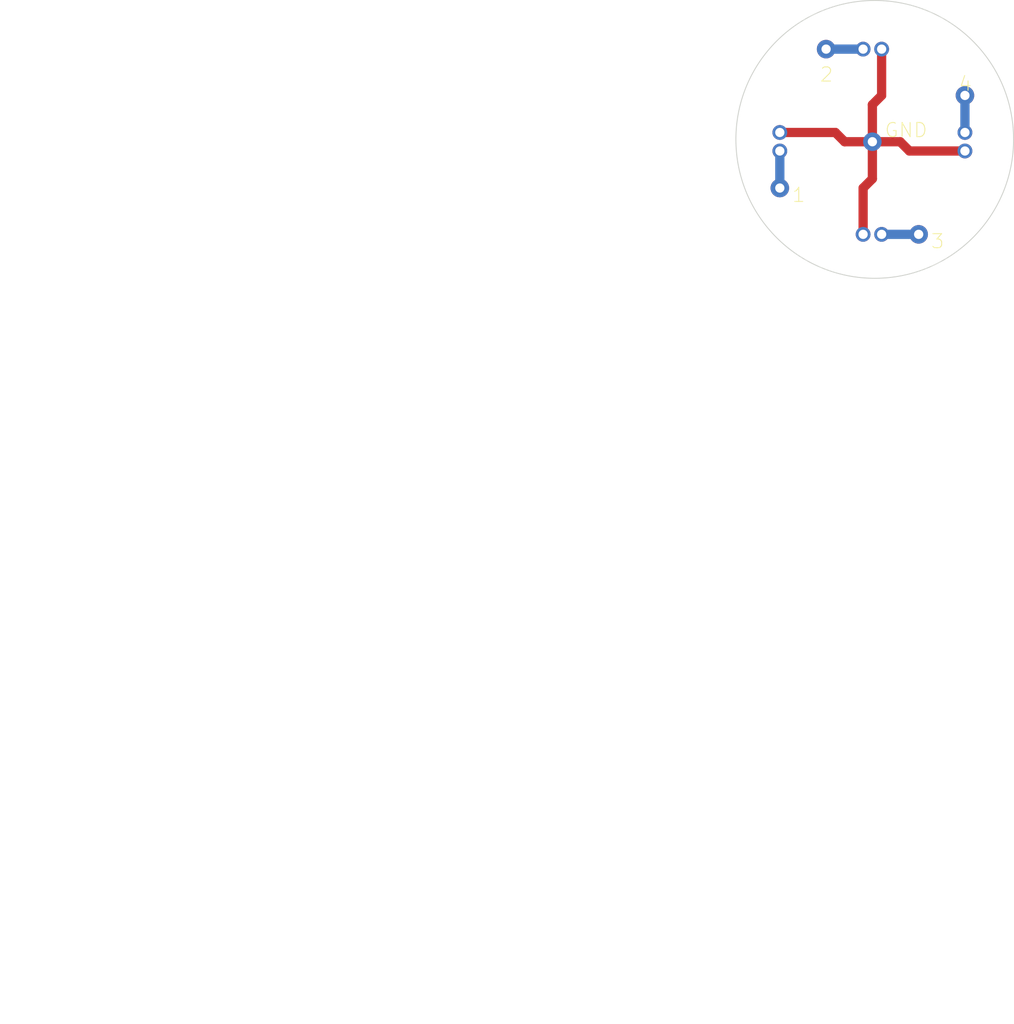
<source format=kicad_pcb>
(kicad_pcb (version 20241229) (generator "pcbnew") (generator_version "9.0")
  (layers (0 "F.Cu" signal) (2 "B.Cu" signal) (13 "F.Paste" user) (15 "B.Paste" user) (5 "F.SilkS" user) (7 "B.SilkS" user) (1 "F.Mask" user) (3 "B.Mask" user) (25 "Edge.Cuts" user))
  (net 0 "")
  (net 1 "Net1")
  (footprint "DEFAULT" (layer "F.Cu") (at 61.246 195.754)
    (property "Reference" "" (at 0 0 0) (layer "F.SilkS") (effects (font (size 1.27 1.27))))
    (property "Value" "")
    (pad "173" thru_hole circle (at 84 -90) (size 2 2) (drill 1) (layers "*.Cu"))
    (pad "173" thru_hole circle (at 89 -105) (size 2 2) (drill 1) (layers "*.Cu"))
    (pad "173" thru_hole circle (at 93 -105) (size 1.6 1.6) (drill 1) (layers "*.Cu"))
    (pad "173" thru_hole circle (at 94 -95) (size 2 2) (drill 1) (layers "*.Cu"))
    (pad "173" thru_hole circle (at 99 -85) (size 2 2) (drill 1) (layers "*.Cu"))
    (pad "173" thru_hole circle (at 104 -100) (size 2 2) (drill 1) (layers "*.Cu"))
    (pad "174" thru_hole circle (at 95 -105) (size 1.6 1.6) (drill 1) (layers "*.Cu"))
    (pad "175" thru_hole circle (at 104 -96) (size 1.6 1.6) (drill 1) (layers "*.Cu"))
    (pad "176" thru_hole circle (at 104 -94) (size 1.6 1.6) (drill 1) (layers "*.Cu"))
    (pad "177" thru_hole circle (at 93 -85) (size 1.6 1.6) (drill 1) (layers "*.Cu"))
    (pad "178" thru_hole circle (at 95 -85) (size 1.6 1.6) (drill 1) (layers "*.Cu"))
    (pad "179" thru_hole circle (at 84 -96) (size 1.6 1.6) (drill 1) (layers "*.Cu"))
    (pad "180" thru_hole circle (at 84 -94) (size 1.6 1.6) (drill 1) (layers "*.Cu"))
  )
  (gr_circle (center 155.5 100.5) (end 170.5 100.5) (stroke (width 0.1)) (fill no) (layer "Edge.Cuts"))
  (gr_text "2" (at 149.5 93.5 0) (layer "F.SilkS") (effects (font (size 1.524 1.524) (thickness 0.1)) (justify left)))
  (gr_text "3" (at 161.5 111.5 0) (layer "F.SilkS") (effects (font (size 1.524 1.524) (thickness 0.1)) (justify left)))
  (gr_text "1" (at 146.5 106.5 0) (layer "F.SilkS") (effects (font (size 1.524 1.524) (thickness 0.1)) (justify left)))
  (gr_text "4" (at 164.5 94.5 0) (layer "F.SilkS") (effects (font (size 1.524 1.524) (thickness 0.1)) (justify left)))
  (gr_text "GND" (at 156.5 99.5 0) (layer "F.SilkS") (effects (font (size 1.524 1.524) (thickness 0.1)) (justify left)))
  (segment (start 154.246 110.754) (end 154.246 105.754) (width 1) (layer "F.Cu") (net 1))
  (segment (start 145.246 99.754) (end 151.246 99.754) (width 1) (layer "F.Cu") (net 1))
  (segment (start 159.246 101.754) (end 165.246 101.754) (width 1) (layer "F.Cu") (net 1))
  (segment (start 154.246 105.754) (end 155.246 104.754) (width 1) (layer "F.Cu") (net 1))
  (segment (start 152.246 100.754) (end 155.246 100.754) (width 1) (layer "F.Cu") (net 1))
  (segment (start 151.246 99.754) (end 152.246 100.754) (width 1) (layer "F.Cu") (net 1))
  (segment (start 155.246 100.754) (end 158.246 100.754) (width 1) (layer "F.Cu") (net 1))
  (segment (start 156.246 95.754) (end 156.246 90.754) (width 1) (layer "F.Cu") (net 1))
  (segment (start 158.246 100.754) (end 159.246 101.754) (width 1) (layer "F.Cu") (net 1))
  (segment (start 155.246 104.754) (end 155.246 100.754) (width 1) (layer "F.Cu") (net 1))
  (segment (start 155.246 100.754) (end 155.246 96.754) (width 1) (layer "F.Cu") (net 1))
  (segment (start 155.246 96.754) (end 156.246 95.754) (width 1) (layer "F.Cu") (net 1))
  (segment (start 165.246 99.754) (end 165.246 95.754) (width 1) (layer "B.Cu") (net 1))
  (segment (start 160.246 110.754) (end 160.246 110.754) (width 1) (layer "B.Cu") (net 1))
  (segment (start 150.246 90.754) (end 154.246 90.754) (width 1) (layer "B.Cu") (net 1))
  (segment (start 156.246 110.754) (end 160.246 110.754) (width 1) (layer "B.Cu") (net 1))
  (segment (start 145.246 105.754) (end 145.246 101.754) (width 1) (layer "B.Cu") (net 1))
)
</source>
